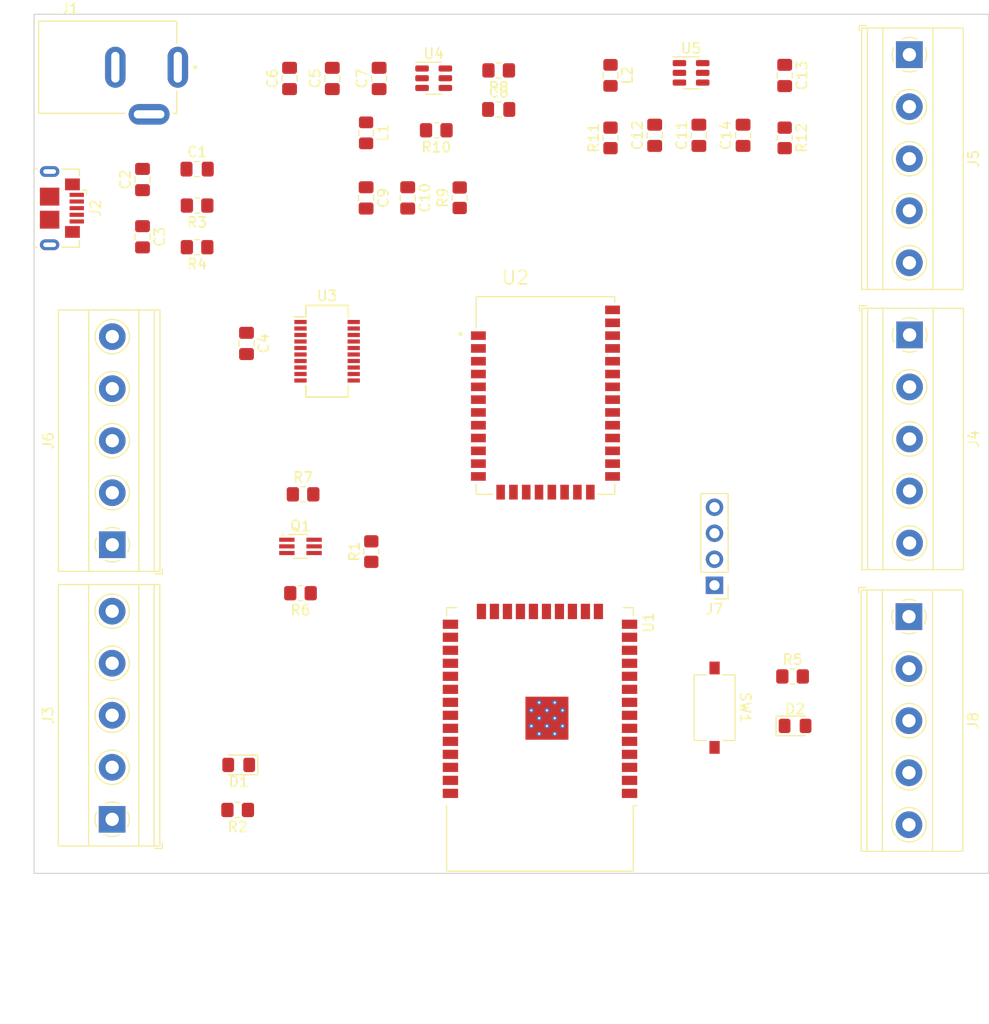
<source format=kicad_pcb>
(kicad_pcb (version 20211014) (generator pcbnew)
  (layers (0 "F.Cu" signal) (1 "In1.Cu" signal) (2 "In2.Cu" signal) (31 "B.Cu" signal) (34 "B.Paste" user) (35 "F.Paste" user) (36 "B.SilkS" user "B.Silkscreen") (37 "F.SilkS" user "F.Silkscreen") (38 "B.Mask" user) (39 "F.Mask" user) (44 "Edge.Cuts" user))
  (net 0 "")
  (net 1 "VBUS")
  (net 2 "GND")
  (net 3 "Net-(C2-Pad1)")
  (net 4 "Net-(C3-Pad1)")
  (net 5 "Net-(C4-Pad1)")
  (net 6 "VIN")
  (net 7 "Net-(C8-Pad1)")
  (net 8 "Net-(C8-Pad2)")
  (net 9 "+3.3V")
  (net 10 "Net-(C13-Pad1)")
  (net 11 "Net-(C13-Pad2)")
  (net 12 "+5V")
  (net 13 "Net-(D1-Pad2)")
  (net 14 "Net-(D2-Pad2)")
  (net 18 "TRIG1")
  (net 19 "S1_ECHO_A")
  (net 20 "S1_ECHO_B")
  (net 21 "TRIG2")
  (net 22 "S2_ECHO_A")
  (net 23 "S2_ECHO_B")
  (net 24 "IND_DIN")
  (net 25 "IND_CLK")
  (net 26 "IND_CS")
  (net 27 "TRIG3")
  (net 28 "S3_ECHO_A")
  (net 29 "S3_ECHO_B")
  (net 30 "MTMS")
  (net 31 "MTDI")
  (net 32 "MTCK")
  (net 33 "MTDO")
  (net 34 "TRIG4")
  (net 35 "S4_ECHO_A")
  (net 36 "S4_ECHO_B")
  (net 37 "RTS")
  (net 38 "Net-(Q1-Pad2)")
  (net 39 "DTR")
  (net 40 "Net-(Q1-Pad5)")
  (net 41 "CHIP_PU")
  (net 42 "GPIO21")
  (net 43 "Net-(R3-Pad1)")
  (net 44 "Net-(R4-Pad1)")
  (net 45 "Net-(R8-Pad2)")
  (net 46 "Net-(R10-Pad1)")
  (net 47 "Net-(R11-Pad2)")
  (net 54 "CTS_XBEE")
  (net 55 "RTS_XBEE")
  (net 56 "DOUT_XBEE")
  (net 57 "DIN_XBEE")
  (net 59 "RX0")
  (net 60 "TX0")
  (footprint "Capacitor_SMD:C_0805_2012Metric_Pad1.18x1.45mm_HandSolder" (layer "F.Cu") (at 112.157 74.9675 90)
    (fp_text reference "C6" (at 0 -1.68 90) (layer "F.SilkS"))
    (fp_text value "10uF")
    (pad "1" smd roundrect (at -1.0375 0 90) (size 1.175 1.45) (layers "F.Cu" "F.Paste" "F.Mask") (roundrect_rratio 0.212766) (net 6 "VIN"))
    (pad "2" smd roundrect (at 1.0375 0 90) (size 1.175 1.45) (layers "F.Cu" "F.Paste" "F.Mask") (roundrect_rratio 0.212766) (net 2 "GND"))
  )
  (footprint "Resistor_SMD:R_0805_2012Metric_Pad1.20x1.40mm_HandSolder" (layer "F.Cu") (at 143.51 80.772 90)
    (fp_text reference "R11" (at 0 -1.65 90) (layer "F.SilkS"))
    (fp_text value "54.9k")
    (pad "1" smd roundrect (at -1 0 90) (size 1.2 1.4) (layers "F.Cu" "F.Paste" "F.Mask") (roundrect_rratio 0.208333) (net 12 "+5V"))
    (pad "2" smd roundrect (at 1 0 90) (size 1.2 1.4) (layers "F.Cu" "F.Paste" "F.Mask") (roundrect_rratio 0.208333) (net 47 "Net-(R11-Pad2)"))
  )
  (footprint "Resistor_SMD:R_0805_2012Metric_Pad1.20x1.40mm_HandSolder" (layer "F.Cu") (at 128.778 86.614 90)
    (fp_text reference "R9" (at 0 -1.65 90) (layer "F.SilkS"))
    (fp_text value "30.9k")
    (pad "1" smd roundrect (at -1 0 90) (size 1.2 1.4) (layers "F.Cu" "F.Paste" "F.Mask") (roundrect_rratio 0.208333) (net 9 "+3.3V"))
    (pad "2" smd roundrect (at 1 0 90) (size 1.2 1.4) (layers "F.Cu" "F.Paste" "F.Mask") (roundrect_rratio 0.208333) (net 46 "Net-(R10-Pad1)"))
  )
  (footprint "Capacitor_SMD:C_0805_2012Metric_Pad1.18x1.45mm_HandSolder" (layer "F.Cu") (at 97.79 90.424 -90)
    (fp_text reference "C3" (at 0 -1.68 90) (layer "F.SilkS"))
    (fp_text value "47pF")
    (pad "1" smd roundrect (at -1.0375 0 270) (size 1.175 1.45) (layers "F.Cu" "F.Paste" "F.Mask") (roundrect_rratio 0.212766) (net 4 "Net-(C3-Pad1)"))
    (pad "2" smd roundrect (at 1.0375 0 270) (size 1.175 1.45) (layers "F.Cu" "F.Paste" "F.Mask") (roundrect_rratio 0.212766) (net 2 "GND"))
  )
  (footprint "Capacitor_SMD:C_0805_2012Metric_Pad1.18x1.45mm_HandSolder" (layer "F.Cu") (at 119.634 86.63 -90)
    (fp_text reference "C9" (at 0 -1.68 90) (layer "F.SilkS"))
    (fp_text value "22uF")
    (pad "1" smd roundrect (at -1.0375 0 270) (size 1.175 1.45) (layers "F.Cu" "F.Paste" "F.Mask") (roundrect_rratio 0.212766) (net 9 "+3.3V"))
    (pad "2" smd roundrect (at 1.0375 0 270) (size 1.175 1.45) (layers "F.Cu" "F.Paste" "F.Mask") (roundrect_rratio 0.212766) (net 2 "GND"))
  )
  (footprint "Inductor_SMD:L_0805_2012Metric_Pad1.15x1.40mm_HandSolder" (layer "F.Cu") (at 119.634 80.28 -90)
    (fp_text reference "L1" (at 0 -1.65 90) (layer "F.SilkS"))
    (fp_text value "4.7uH")
    (pad "1" smd roundrect (at -1.025 0 270) (size 1.15 1.4) (layers "F.Cu" "F.Paste" "F.Mask") (roundrect_rratio 0.217391) (net 7 "Net-(C8-Pad1)"))
    (pad "2" smd roundrect (at 1.025 0 270) (size 1.15 1.4) (layers "F.Cu" "F.Paste" "F.Mask") (roundrect_rratio 0.217391) (net 9 "+3.3V"))
  )
  (footprint "Button_Switch_SMD:SW_Tactile_SPST_NO_Straight_CK_PTS636Sx25SMTRLFS" (layer "F.Cu") (at 153.679 136.398 -90)
    (fp_text reference "SW1" (at 0 -3 -90 unlocked) (layer "F.SilkS"))
    (fp_text value "SW_Push")
    (pad "1" smd rect (at -3.875 0 270) (size 1.25 1) (layers "F.Cu" "F.Paste" "F.Mask") (net 2 "GND"))
    (pad "2" smd rect (at 3.875 0 270) (size 1.25 1) (layers "F.Cu" "F.Paste" "F.Mask") (net 41 "CHIP_PU"))
  )
  (footprint "LED_SMD:LED_0805_2012Metric_Pad1.15x1.40mm_HandSolder" (layer "F.Cu") (at 161.544 138.176)
    (fp_text reference "D2" (at 0 -1.65) (layer "F.SilkS"))
    (fp_text value "RED")
    (pad "1" smd roundrect (at -1.025 0) (size 1.15 1.4) (layers "F.Cu" "F.Paste" "F.Mask") (roundrect_rratio 0.217391) (net 2 "GND"))
    (pad "2" smd roundrect (at 1.025 0) (size 1.15 1.4) (layers "F.Cu" "F.Paste" "F.Mask") (roundrect_rratio 0.217391) (net 14 "Net-(D2-Pad2)"))
  )
  (footprint "Package_TO_SOT_SMD:SOT-23-6" (layer "F.Cu") (at 151.384 74.422)
    (fp_text reference "U5" (at 0 -2.4) (layer "F.SilkS"))
    (fp_text value "TPS561201DDCR")
    (pad "1" smd roundrect (at -1.1375 -0.95) (size 1.325 0.6) (layers "F.Cu" "F.Paste" "F.Mask") (net 2 "GND"))
    (pad "2" smd roundrect (at -1.1375 0) (size 1.325 0.6) (layers "F.Cu" "F.Paste" "F.Mask") (net 10 "Net-(C13-Pad1)"))
    (pad "3" smd roundrect (at -1.1375 0.95) (size 1.325 0.6) (layers "F.Cu" "F.Paste" "F.Mask") (net 6 "VIN"))
    (pad "4" smd roundrect (at 1.1375 0.95) (size 1.325 0.6) (layers "F.Cu" "F.Paste" "F.Mask") (net 47 "Net-(R11-Pad2)"))
    (pad "5" smd roundrect (at 1.1375 0) (size 1.325 0.6) (layers "F.Cu" "F.Paste" "F.Mask") (net 6 "VIN"))
    (pad "6" smd roundrect (at 1.1375 -0.95) (size 1.325 0.6) (layers "F.Cu" "F.Paste" "F.Mask") (net 11 "Net-(C13-Pad2)"))
  )
  (footprint "Resistor_SMD:R_0805_2012Metric_Pad1.20x1.40mm_HandSolder" (layer "F.Cu") (at 126.492 80.026 180)
    (fp_text reference "R10" (at 0 -1.65) (layer "F.SilkS"))
    (fp_text value "10k")
    (pad "1" smd roundrect (at -1 0 180) (size 1.2 1.4) (layers "F.Cu" "F.Paste" "F.Mask") (roundrect_rratio 0.208333) (net 46 "Net-(R10-Pad1)"))
    (pad "2" smd roundrect (at 1 0 180) (size 1.2 1.4) (layers "F.Cu" "F.Paste" "F.Mask") (roundrect_rratio 0.208333) (net 2 "GND"))
  )
  (footprint "Package_TO_SOT_SMD:SOT-23-6" (layer "F.Cu") (at 126.238 74.946)
    (fp_text reference "U4" (at 0 -2.4) (layer "F.SilkS"))
    (fp_text value "TPS56339DDC")
    (pad "1" smd roundrect (at -1.1375 -0.95) (size 1.325 0.6) (layers "F.Cu" "F.Paste" "F.Mask") (net 2 "GND"))
    (pad "2" smd roundrect (at -1.1375 0) (size 1.325 0.6) (layers "F.Cu" "F.Paste" "F.Mask") (net 7 "Net-(C8-Pad1)"))
    (pad "3" smd roundrect (at -1.1375 0.95) (size 1.325 0.6) (layers "F.Cu" "F.Paste" "F.Mask") (net 6 "VIN"))
    (pad "4" smd roundrect (at 1.1375 0.95) (size 1.325 0.6) (layers "F.Cu" "F.Paste" "F.Mask") (net 46 "Net-(R10-Pad1)"))
    (pad "5" smd roundrect (at 1.1375 0) (size 1.325 0.6) (layers "F.Cu" "F.Paste" "F.Mask"))
    (pad "6" smd roundrect (at 1.1375 -0.95) (size 1.325 0.6) (layers "F.Cu" "F.Paste" "F.Mask") (net 45 "Net-(R8-Pad2)"))
  )
  (footprint "Connector_USB:USB_Micro-B_GCT_USB3076-30-A" (layer "F.Cu") (at 89.916 87.63 -90)
    (fp_text reference "J2" (at 0 -3.3 90) (layer "F.SilkS"))
    (fp_text value "USB_B_Micro")
    (pad "1" smd rect (at -1.3 -1.45 270) (size 0.4 1.4) (layers "F.Cu" "F.Paste" "F.Mask") (net 1 "VBUS"))
    (pad "2" smd rect (at -0.65 -1.45 270) (size 0.4 1.4) (layers "F.Cu" "F.Paste" "F.Mask") (net 3 "Net-(C2-Pad1)"))
    (pad "3" smd rect (at 0 -1.45 270) (size 0.4 1.4) (layers "F.Cu" "F.Paste" "F.Mask") (net 4 "Net-(C3-Pad1)"))
    (pad "4" smd rect (at 0.65 -1.45 270) (size 0.4 1.4) (layers "F.Cu" "F.Paste" "F.Mask"))
    (pad "5" smd rect (at 1.3 -1.45 270) (size 0.4 1.4) (layers "F.Cu" "F.Paste" "F.Mask") (net 2 "GND"))
    (pad "6" smd rect (at 2.32 -1.03 270) (size 1.15 1.45) (layers "F.Cu" "F.Paste" "F.Mask"))
    (pad "6" thru_hole oval (at -3.575 1.2 90) (size 1.05 1.9) (drill oval 0.45 1.25) (layers *.Cu *.Mask))
    (pad "6" smd rect (at -2.32 -1.03 270) (size 1.15 1.45) (layers "F.Cu" "F.Paste" "F.Mask"))
    (pad "6" thru_hole oval (at 3.575 1.2 270) (size 1.05 1.9) (drill oval 0.45 1.25) (layers *.Cu *.Mask))
    (pad "6" smd rect (at 1.125 1.2 270) (size 1.75 1.9) (layers "F.Cu" "F.Paste" "F.Mask"))
    (pad "6" smd rect (at -1.125 1.2 270) (size 1.75 1.9) (layers "F.Cu" "F.Paste" "F.Mask"))
  )
  (footprint "Package_TO_SOT_SMD:SOT-363_SC-70-6_Handsoldering" (layer "F.Cu") (at 113.224 120.65)
    (fp_text reference "Q1" (at 0 -2) (layer "F.SilkS"))
    (fp_text value "MBT3904DW1")
    (pad "1" smd rect (at -1.33 -0.65) (size 1.5 0.4) (layers "F.Cu" "F.Paste" "F.Mask") (net 37 "RTS"))
    (pad "2" smd rect (at -1.33 0) (size 1.5 0.4) (layers "F.Cu" "F.Paste" "F.Mask") (net 38 "Net-(Q1-Pad2)"))
    (pad "3" smd rect (at -1.33 0.65) (size 1.5 0.4) (layers "F.Cu" "F.Paste" "F.Mask") (net 27 "TRIG3"))
    (pad "4" smd rect (at 1.33 0.65) (size 1.5 0.4) (layers "F.Cu" "F.Paste" "F.Mask") (net 39 "DTR"))
    (pad "5" smd rect (at 1.33 0) (size 1.5 0.4) (layers "F.Cu" "F.Paste" "F.Mask") (net 40 "Net-(Q1-Pad5)"))
    (pad "6" smd rect (at 1.33 -0.65) (size 1.5 0.4) (layers "F.Cu" "F.Paste" "F.Mask") (net 41 "CHIP_PU"))
  )
  (footprint "Capacitor_SMD:C_0805_2012Metric_Pad1.18x1.45mm_HandSolder" (layer "F.Cu") (at 160.528 74.676 -90)
    (fp_text reference "C13" (at 0 -1.68 90) (layer "F.SilkS"))
    (fp_text value "100nF")
    (pad "1" smd roundrect (at -1.0375 0 270) (size 1.175 1.45) (layers "F.Cu" "F.Paste" "F.Mask") (roundrect_rratio 0.212766) (net 10 "Net-(C13-Pad1)"))
    (pad "2" smd roundrect (at 1.0375 0 270) (size 1.175 1.45) (layers "F.Cu" "F.Paste" "F.Mask") (roundrect_rratio 0.212766) (net 11 "Net-(C13-Pad2)"))
  )
  (footprint "Package_SO:SSOP-20_3.9x8.7mm_P0.635mm" (layer "F.Cu") (at 115.824 101.6)
    (fp_text reference "U3" (at 0 -5.4) (layer "F.SilkS"))
    (fp_text value "FT231XS")
    (pad "1" smd rect (at -2.6 -2.8575) (size 1.2 0.4) (layers "F.Cu" "F.Paste" "F.Mask") (net 39 "DTR"))
    (pad "2" smd rect (at -2.6 -2.2225) (size 1.2 0.4) (layers "F.Cu" "F.Paste" "F.Mask") (net 37 "RTS"))
    (pad "3" smd rect (at -2.6 -1.5875) (size 1.2 0.4) (layers "F.Cu" "F.Paste" "F.Mask") (net 5 "Net-(C4-Pad1)"))
    (pad "4" smd rect (at -2.6 -0.9525) (size 1.2 0.4) (layers "F.Cu" "F.Paste" "F.Mask") (net 60 "TX0"))
    (pad "5" smd rect (at -2.6 -0.3175) (size 1.2 0.4) (layers "F.Cu" "F.Paste" "F.Mask"))
    (pad "6" smd rect (at -2.6 0.3175) (size 1.2 0.4) (layers "F.Cu" "F.Paste" "F.Mask") (net 2 "GND"))
    (pad "7" smd rect (at -2.6 0.9525) (size 1.2 0.4) (layers "F.Cu" "F.Paste" "F.Mask"))
    (pad "8" smd rect (at -2.6 1.5875) (size 1.2 0.4) (layers "F.Cu" "F.Paste" "F.Mask"))
    (pad "9" smd rect (at -2.6 2.2225) (size 1.2 0.4) (layers "F.Cu" "F.Paste" "F.Mask"))
    (pad "10" smd rect (at -2.6 2.8575) (size 1.2 0.4) (layers "F.Cu" "F.Paste" "F.Mask"))
    (pad "11" smd rect (at 2.6 2.8575) (size 1.2 0.4) (layers "F.Cu" "F.Paste" "F.Mask") (net 44 "Net-(R4-Pad1)"))
    (pad "12" smd rect (at 2.6 2.2225) (size 1.2 0.4) (layers "F.Cu" "F.Paste" "F.Mask") (net 43 "Net-(R3-Pad1)"))
    (pad "13" smd rect (at 2.6 1.5875) (size 1.2 0.4) (layers "F.Cu" "F.Paste" "F.Mask") (net 5 "Net-(C4-Pad1)"))
    (pad "14" smd rect (at 2.6 0.9525) (size 1.2 0.4) (layers "F.Cu" "F.Paste" "F.Mask") (net 5 "Net-(C4-Pad1)"))
    (pad "15" smd rect (at 2.6 0.3175) (size 1.2 0.4) (layers "F.Cu" "F.Paste" "F.Mask") (net 1 "VBUS"))
    (pad "16" smd rect (at 2.6 -0.3175) (size 1.2 0.4) (layers "F.Cu" "F.Paste" "F.Mask") (net 2 "GND"))
    (pad "17" smd rect (at 2.6 -0.9525) (size 1.2 0.4) (layers "F.Cu" "F.Paste" "F.Mask"))
    (pad "18" smd rect (at 2.6 -1.5875) (size 1.2 0.4) (layers "F.Cu" "F.Paste" "F.Mask"))
    (pad "19" smd rect (at 2.6 -2.2225) (size 1.2 0.4) (layers "F.Cu" "F.Paste" "F.Mask"))
    (pad "20" smd rect (at 2.6 -2.8575) (size 1.2 0.4) (layers "F.Cu" "F.Paste" "F.Mask") (net 59 "RX0"))
  )
  (footprint "Capacitor_SMD:C_0805_2012Metric_Pad1.18x1.45mm_HandSolder" (layer "F.Cu") (at 97.79 84.836 90)
    (fp_text reference "C2" (at 0 -1.68 90) (layer "F.SilkS"))
    (fp_text value "47pF")
    (pad "1" smd roundrect (at -1.0375 0 90) (size 1.175 1.45) (layers "F.Cu" "F.Paste" "F.Mask") (roundrect_rratio 0.212766) (net 3 "Net-(C2-Pad1)"))
    (pad "2" smd roundrect (at 1.0375 0 90) (size 1.175 1.45) (layers "F.Cu" "F.Paste" "F.Mask") (roundrect_rratio 0.212766) (net 2 "GND"))
  )
  (footprint "Capacitor_SMD:C_0805_2012Metric_Pad1.18x1.45mm_HandSolder" (layer "F.Cu") (at 103.124 83.82)
    (fp_text reference "C1" (at 0 -1.68) (layer "F.SilkS"))
    (fp_text value "0.1uF")
    (pad "1" smd roundrect (at -1.0375 0) (size 1.175 1.45) (layers "F.Cu" "F.Paste" "F.Mask") (roundrect_rratio 0.212766) (net 1 "VBUS"))
    (pad "2" smd roundrect (at 1.0375 0) (size 1.175 1.45) (layers "F.Cu" "F.Paste" "F.Mask") (roundrect_rratio 0.212766) (net 2 "GND"))
  )
  (footprint "LED_SMD:LED_0805_2012Metric_Pad1.15x1.40mm_HandSolder" (layer "F.Cu") (at 107.188 141.986 180)
    (fp_text reference "D1" (at 0 -1.65) (layer "F.SilkS"))
    (fp_text value "YELLOW")
    (pad "1" smd roundrect (at -1.025 0 180) (size 1.15 1.4) (layers "F.Cu" "F.Paste" "F.Mask") (roundrect_rratio 0.217391) (net 2 "GND"))
    (pad "2" smd roundrect (at 1.025 0 180) (size 1.15 1.4) (layers "F.Cu" "F.Paste" "F.Mask") (roundrect_rratio 0.217391) (net 13 "Net-(D1-Pad2)"))
  )
  (footprint "Resistor_SMD:R_0805_2012Metric_Pad1.20x1.40mm_HandSolder" (layer "F.Cu") (at 113.478 115.57)
    (fp_text reference "R7" (at 0 -1.65) (layer "F.SilkS"))
    (fp_text value "10k")
    (pad "1" smd roundrect (at -1 0) (size 1.2 1.4) (layers "F.Cu" "F.Paste" "F.Mask") (roundrect_rratio 0.208333) (net 37 "RTS"))
    (pad "2" smd roundrect (at 1 0) (size 1.2 1.4) (layers "F.Cu" "F.Paste" "F.Mask") (roundrect_rratio 0.208333) (net 40 "Net-(Q1-Pad5)"))
  )
  (footprint "Capacitor_SMD:C_0805_2012Metric_Pad1.18x1.45mm_HandSolder" (layer "F.Cu") (at 123.698 86.63 -90)
    (fp_text reference "C10" (at 0 -1.68 90) (layer "F.SilkS"))
    (fp_text value "22uF")
    (pad "1" smd roundrect (at -1.0375 0 270) (size 1.175 1.45) (layers "F.Cu" "F.Paste" "F.Mask") (roundrect_rratio 0.212766) (net 9 "+3.3V"))
    (pad "2" smd roundrect (at 1.0375 0 270) (size 1.175 1.45) (layers "F.Cu" "F.Paste" "F.Mask") (roundrect_rratio 0.212766) (net 2 "GND"))
  )
  (footprint "Resistor_SMD:R_0805_2012Metric_Pad1.20x1.40mm_HandSolder" (layer "F.Cu") (at 103.124 87.376 180)
    (fp_text reference "R3" (at 0 -1.65) (layer "F.SilkS"))
    (fp_text value "27")
    (pad "1" smd roundrect (at -1 0 180) (size 1.2 1.4) (layers "F.Cu" "F.Paste" "F.Mask") (roundrect_rratio 0.208333) (net 43 "Net-(R3-Pad1)"))
    (pad "2" smd roundrect (at 1 0 180) (size 1.2 1.4) (layers "F.Cu" "F.Paste" "F.Mask") (roundrect_rratio 0.208333) (net 3 "Net-(C2-Pad1)"))
  )
  (footprint "Capacitor_SMD:C_0805_2012Metric_Pad1.18x1.45mm_HandSolder" (layer "F.Cu") (at 116.332 74.9675 90)
    (fp_text reference "C5" (at 0 -1.68 90) (layer "F.SilkS"))
    (fp_text value "10uF")
    (pad "1" smd roundrect (at -1.0375 0 90) (size 1.175 1.45) (layers "F.Cu" "F.Paste" "F.Mask") (roundrect_rratio 0.212766) (net 6 "VIN"))
    (pad "2" smd roundrect (at 1.0375 0 90) (size 1.175 1.45) (layers "F.Cu" "F.Paste" "F.Mask") (roundrect_rratio 0.212766) (net 2 "GND"))
  )
  (footprint "Connector:GRAVITECH_CON-SOCJ-2155" (layer "F.Cu") (at 95.1375 73.872)
    (fp_text reference "J1" (at -4.445 -5.715) (layer "F.SilkS"))
    (fp_text value "CON-SOCJ-2155")
    (pad "1" thru_hole oval (at 6.1 0) (size 2 4) (drill oval 0.8 3) (layers *.Cu *.Mask) (net 6 "VIN"))
    (pad "2" thru_hole oval (at 3.3 4.6) (size 4 2) (drill oval 3 0.8) (layers *.Cu *.Mask))
    (pad "3" thru_hole oval (at 0 0) (size 2 4) (drill oval 0.8 3) (layers *.Cu *.Mask) (net 2 "GND"))
  )
  (footprint "Connector_PinHeader_2.54mm:PinHeader_1x04_P2.54mm_Vertical" (layer "F.Cu") (at 153.67 124.45 180)
    (fp_text reference "J7" (at 0 -2.33) (layer "F.SilkS"))
    (fp_text value "JTAG")
    (pad "1" thru_hole rect (at 0 0 180) (size 1.7 1.7) (drill 1) (layers *.Cu *.Mask) (net 30 "MTMS"))
    (pad "2" thru_hole oval (at 0 2.54 180) (size 1.7 1.7) (drill 1) (layers *.Cu *.Mask) (net 31 "MTDI"))
    (pad "3" thru_hole oval (at 0 5.08 180) (size 1.7 1.7) (drill 1) (layers *.Cu *.Mask) (net 32 "MTCK"))
    (pad "4" thru_hole oval (at 0 7.62 180) (size 1.7 1.7) (drill 1) (layers *.Cu *.Mask) (net 33 "MTDO"))
  )
  (footprint "TerminalBlock_Phoenix:TerminalBlock_Phoenix_MKDS-1,5-5-5.08_1x05_P5.08mm_Horizontal" (layer "F.Cu") (at 172.669 127.508 -90)
    (fp_text reference "J8" (at 10.16 -6.26 90) (layer "F.SilkS"))
    (fp_text value "S4")
    (pad "1" thru_hole rect (at 0 0 270) (size 2.6 2.6) (drill 1.3) (layers *.Cu *.Mask) (net 12 "+5V"))
    (pad "2" thru_hole circle (at 5.08 0 270) (size 2.6 2.6) (drill 1.3) (layers *.Cu *.Mask) (net 34 "TRIG4"))
    (pad "3" thru_hole circle (at 10.16 0 270) (size 2.6 2.6) (drill 1.3) (layers *.Cu *.Mask) (net 35 "S4_ECHO_A"))
    (pad "4" thru_hole circle (at 15.24 0 270) (size 2.6 2.6) (drill 1.3) (layers *.Cu *.Mask) (net 36 "S4_ECHO_B"))
    (pad "5" thru_hole circle (at 20.32 0 270) (size 2.6 2.6) (drill 1.3) (layers *.Cu *.Mask) (net 2 "GND"))
  )
  (footprint "Resistor_SMD:R_0805_2012Metric_Pad1.20x1.40mm_HandSolder" (layer "F.Cu") (at 120.142 121.158 90)
    (fp_text reference "R1" (at 0 -1.65 90) (layer "F.SilkS"))
    (fp_text value "10k")
    (pad "1" smd roundrect (at -1 0 90) (size 1.2 1.4) (layers "F.Cu" "F.Paste" "F.Mask") (roundrect_rratio 0.208333) (net 9 "+3.3V"))
    (pad "2" smd roundrect (at 1 0 90) (size 1.2 1.4) (layers "F.Cu" "F.Paste" "F.Mask") (roundrect_rratio 0.208333) (net 41 "CHIP_PU"))
  )
  (footprint "TerminalBlock_Phoenix:TerminalBlock_Phoenix_MKDS-1,5-5-5.08_1x05_P5.08mm_Horizontal" (layer "F.Cu") (at 172.731 100.004 -90)
    (fp_text reference "J4" (at 10.16 -6.26 90) (layer "F.SilkS"))
    (fp_text value "S2")
    (pad "1" thru_hole rect (at 0 0 270) (size 2.6 2.6) (drill 1.3) (layers *.Cu *.Mask) (net 12 "+5V"))
    (pad "2" thru_hole circle (at 5.08 0 270) (size 2.6 2.6) (drill 1.3) (layers *.Cu *.Mask) (net 21 "TRIG2"))
    (pad "3" thru_hole circle (at 10.16 0 270) (size 2.6 2.6) (drill 1.3) (layers *.Cu *.Mask) (net 22 "S2_ECHO_A"))
    (pad "4" thru_hole circle (at 15.24 0 270) (size 2.6 2.6) (drill 1.3) (layers *.Cu *.Mask) (net 23 "S2_ECHO_B"))
    (pad "5" thru_hole circle (at 20.32 0 270) (size 2.6 2.6) (drill 1.3) (layers *.Cu *.Mask) (net 2 "GND"))
  )
  (footprint "Capacitor_SMD:C_0805_2012Metric_Pad1.18x1.45mm_HandSolder" (layer "F.Cu") (at 147.828 80.518 90)
    (fp_text reference "C12" (at 0 -1.68 90) (layer "F.SilkS"))
    (fp_text value "10uF")
    (pad "1" smd roundrect (at -1.0375 0 90) (size 1.175 1.45) (layers "F.Cu" "F.Paste" "F.Mask") (roundrect_rratio 0.212766) (net 6 "VIN"))
    (pad "2" smd roundrect (at 1.0375 0 90) (size 1.175 1.45) (layers "F.Cu" "F.Paste" "F.Mask") (roundrect_rratio 0.212766) (net 2 "GND"))
  )
  (footprint "Capacitor_SMD:C_0805_2012Metric_Pad1.18x1.45mm_HandSolder" (layer "F.Cu") (at 152.146 80.518 90)
    (fp_text reference "C11" (at 0 -1.68 90) (layer "F.SilkS"))
    (fp_text value "10uF")
    (pad "1" smd roundrect (at -1.0375 0 90) (size 1.175 1.45) (layers "F.Cu" "F.Paste" "F.Mask") (roundrect_rratio 0.212766) (net 6 "VIN"))
    (pad "2" smd roundrect (at 1.0375 0 90) (size 1.175 1.45) (layers "F.Cu" "F.Paste" "F.Mask") (roundrect_rratio 0.212766) (net 2 "GND"))
  )
  (footprint "Resistor_SMD:R_0805_2012Metric_Pad1.20x1.40mm_HandSolder" (layer "F.Cu") (at 160.528 80.772 -90)
    (fp_text reference "R12" (at 0 -1.65 90) (layer "F.SilkS"))
    (fp_text value "10k")
    (pad "1" smd roundrect (at -1 0 270) (size 1.2 1.4) (layers "F.Cu" "F.Paste" "F.Mask") (roundrect_rratio 0.208333) (net 47 "Net-(R11-Pad2)"))
    (pad "2" smd roundrect (at 1 0 270) (size 1.2 1.4) (layers "F.Cu" "F.Paste" "F.Mask") (roundrect_rratio 0.208333) (net 2 "GND"))
  )
  (footprint "Capacitor_SMD:C_0805_2012Metric_Pad1.18x1.45mm_HandSolder" (layer "F.Cu") (at 107.95 100.838 -90)
    (fp_text reference "C4" (at 0 -1.68 90) (layer "F.SilkS"))
    (fp_text value "0.1uF")
    (pad "1" smd roundrect (at -1.0375 0 270) (size 1.175 1.45) (layers "F.Cu" "F.Paste" "F.Mask") (roundrect_rratio 0.212766) (net 5 "Net-(C4-Pad1)"))
    (pad "2" smd roundrect (at 1.0375 0 270) (size 1.175 1.45) (layers "F.Cu" "F.Paste" "F.Mask") (roundrect_rratio 0.212766) (net 2 "GND"))
  )
  (footprint "Resistor_SMD:R_0805_2012Metric_Pad1.20x1.40mm_HandSolder" (layer "F.Cu") (at 132.588 74.184 180)
    (fp_text reference "R8" (at 0 -1.65) (layer "F.SilkS"))
    (fp_text value "27")
    (pad "1" smd roundrect (at -1 0 180) (size 1.2 1.4) (layers "F.Cu" "F.Paste" "F.Mask") (roundrect_rratio 0.208333) (net 8 "Net-(C8-Pad2)"))
    (pad "2" smd roundrect (at 1 0 180) (size 1.2 1.4) (layers "F.Cu" "F.Paste" "F.Mask") (roundrect_rratio 0.208333) (net 45 "Net-(R8-Pad2)"))
  )
  (footprint "Resistor_SMD:R_0805_2012Metric_Pad1.20x1.40mm_HandSolder" (layer "F.Cu") (at 161.299 133.35)
    (fp_text reference "R5" (at 0 -1.65) (layer "F.SilkS"))
    (fp_text value "330")
    (pad "1" smd roundrect (at -1 0) (size 1.2 1.4) (layers "F.Cu" "F.Paste" "F.Mask") (roundrect_rratio 0.208333) (net 9 "+3.3V"))
    (pad "2" smd roundrect (at 1 0) (size 1.2 1.4) (layers "F.Cu" "F.Paste" "F.Mask") (roundrect_rratio 0.208333) (net 14 "Net-(D2-Pad2)"))
  )
  (footprint "TerminalBlock_Phoenix:TerminalBlock_Phoenix_MKDS-1,5-5-5.08_1x05_P5.08mm_Horizontal" (layer "F.Cu") (at 172.71 72.644 -90)
    (fp_text reference "J5" (at 10.16 -6.26 90) (layer "F.SilkS"))
    (fp_text value "Indicator")
    (pad "1" thru_hole rect (at 0 0 270) (size 2.6 2.6) (drill 1.3) (layers *.Cu *.Mask) (net 12 "+5V"))
    (pad "2" thru_hole circle (at 5.08 0 270) (size 2.6 2.6) (drill 1.3) (layers *.Cu *.Mask) (net 24 "IND_DIN"))
    (pad "3" thru_hole circle (at 10.16 0 270) (size 2.6 2.6) (drill 1.3) (layers *.Cu *.Mask) (net 25 "IND_CLK"))
    (pad "4" thru_hole circle (at 15.24 0 270) (size 2.6 2.6) (drill 1.3) (layers *.Cu *.Mask) (net 26 "IND_CS"))
    (pad "5" thru_hole circle (at 20.32 0 270) (size 2.6 2.6) (drill 1.3) (layers *.Cu *.Mask) (net 2 "GND"))
  )
  (footprint "Resistor_SMD:R_0805_2012Metric_Pad1.20x1.40mm_HandSolder" (layer "F.Cu") (at 103.124 91.44 180)
    (fp_text reference "R4" (at 0 -1.65) (layer "F.SilkS"))
    (fp_text value "27")
    (pad "1" smd roundrect (at -1 0 180) (size 1.2 1.4) (layers "F.Cu" "F.Paste" "F.Mask") (roundrect_rratio 0.208333) (net 44 "Net-(R4-Pad1)"))
    (pad "2" smd roundrect (at 1 0 180) (size 1.2 1.4) (layers "F.Cu" "F.Paste" "F.Mask") (roundrect_rratio 0.208333) (net 4 "Net-(C3-Pad1)"))
  )
  (footprint "TerminalBlock_Phoenix:TerminalBlock_Phoenix_MKDS-1,5-5-5.08_1x05_P5.08mm_Horizontal" (layer "F.Cu") (at 94.8235 147.299 90)
    (fp_text reference "J3" (at 10.16 -6.26 90) (layer "F.SilkS"))
    (fp_text value "S1")
    (pad "1" thru_hole rect (at 0 0 90) (size 2.6 2.6) (drill 1.3) (layers *.Cu *.Mask) (net 12 "+5V"))
    (pad "2" thru_hole circle (at 5.08 0 90) (size 2.6 2.6) (drill 1.3) (layers *.Cu *.Mask) (net 18 "TRIG1"))
    (pad "3" thru_hole circle (at 10.16 0 90) (size 2.6 2.6) (drill 1.3) (layers *.Cu *.Mask) (net 19 "S1_ECHO_A"))
    (pad "4" thru_hole circle (at 15.24 0 90) (size 2.6 2.6) (drill 1.3) (layers *.Cu *.Mask) (net 20 "S1_ECHO_B"))
    (pad "5" thru_hole circle (at 20.32 0 90) (size 2.6 2.6) (drill 1.3) (layers *.Cu *.Mask) (net 2 "GND"))
  )
  (footprint "Resistor_SMD:R_0805_2012Metric_Pad1.20x1.40mm_HandSolder" (layer "F.Cu") (at 107.088 146.386 180)
    (fp_text reference "R2" (at 0 -1.65) (layer "F.SilkS"))
    (fp_text value "330")
    (pad "1" smd roundrect (at -1 0 180) (size 1.2 1.4) (layers "F.Cu" "F.Paste" "F.Mask") (roundrect_rratio 0.208333) (net 42 "GPIO21"))
    (pad "2" smd roundrect (at 1 0 180) (size 1.2 1.4) (layers "F.Cu" "F.Paste" "F.Mask") (roundrect_rratio 0.208333) (net 13 "Net-(D1-Pad2)"))
  )
  (footprint "Capacitor_SMD:C_0805_2012Metric_Pad1.18x1.45mm_HandSolder" (layer "F.Cu") (at 120.904 74.9675 90)
    (fp_text reference "C7" (at 0 -1.68 90) (layer "F.SilkS"))
    (fp_text value "100nF")
    (pad "1" smd roundrect (at -1.0375 0 90) (size 1.175 1.45) (layers "F.Cu" "F.Paste" "F.Mask") (roundrect_rratio 0.212766) (net 6 "VIN"))
    (pad "2" smd roundrect (at 1.0375 0 90) (size 1.175 1.45) (layers "F.Cu" "F.Paste" "F.Mask") (roundrect_rratio 0.212766) (net 2 "GND"))
  )
  (footprint "Inductor_SMD:L_0805_2012Metric_Pad1.15x1.40mm_HandSolder" (layer "F.Cu") (at 143.51 74.667 -90)
    (fp_text reference "L2" (at 0 -1.65 90) (layer "F.SilkS"))
    (fp_text value "4.7uH")
    (pad "1" smd roundrect (at -1.025 0 270) (size 1.15 1.4) (layers "F.Cu" "F.Paste" "F.Mask") (roundrect_rratio 0.217391) (net 10 "Net-(C13-Pad1)"))
    (pad "2" smd roundrect (at 1.025 0 270) (size 1.15 1.4) (layers "F.Cu" "F.Paste" "F.Mask") (roundrect_rratio 0.217391) (net 12 "+5V"))
  )
  (footprint "Resistor_SMD:R_0805_2012Metric_Pad1.20x1.40mm_HandSolder" (layer "F.Cu") (at 113.224 125.222 180)
    (fp_text reference "R6" (at 0 -1.65) (layer "F.SilkS"))
    (fp_text value "10k")
    (pad "1" smd roundrect (at -1 0 180) (size 1.2 1.4) (layers "F.Cu" "F.Paste" "F.Mask") (roundrect_rratio 0.208333) (net 39 "DTR"))
    (pad "2" smd roundrect (at 1 0 180) (size 1.2 1.4) (layers "F.Cu" "F.Paste" "F.Mask") (roundrect_rratio 0.208333) (net 38 "Net-(Q1-Pad2)"))
  )
  (footprint "Capacitor_SMD:C_0805_2012Metric_Pad1.18x1.45mm_HandSolder" (layer "F.Cu") (at 156.464 80.518 90)
    (fp_text reference "C14" (at 0 -1.68 90) (layer "F.SilkS"))
    (fp_text value "47uF")
    (pad "1" smd roundrect (at -1.0375 0 90) (size 1.175 1.45) (layers "F.Cu" "F.Paste" "F.Mask") (roundrect_rratio 0.212766) (net 12 "+5V"))
    (pad "2" smd roundrect (at 1.0375 0 90) (size 1.175 1.45) (layers "F.Cu" "F.Paste" "F.Mask") (roundrect_rratio 0.212766) (net 2 "GND"))
  )
  (footprint "RF_Module:ESP32-WROOM-32" (layer "F.Cu") (at 136.6215 136.515 180)
    (fp_text reference "U1" (at -10.61 8.43 90) (layer "F.SilkS"))
    (fp_text value "ESP32-WROOM-32")
    (pad "1" smd rect (at -8.75 -8.25 180) (size 1.5 0.9) (layers "F.Cu" "F.Paste" "F.Mask") (net 2 "GND"))
    (pad "2" smd rect (at -8.75 -6.98 180) (size 1.5 0.9) (layers "F.Cu" "F.Paste" "F.Mask") (net 9 "+3.3V"))
    (pad "3" smd rect (at -8.75 -5.71 180) (size 1.5 0.9) (layers "F.Cu" "F.Paste" "F.Mask") (net 41 "CHIP_PU"))
    (pad "4" smd rect (at -8.75 -4.44 180) (size 1.5 0.9) (layers "F.Cu" "F.Paste" "F.Mask") (net 18 "TRIG1"))
    (pad "5" smd rect (at -8.75 -3.17 180) (size 1.5 0.9) (layers "F.Cu" "F.Paste" "F.Mask") (net 19 "S1_ECHO_A"))
    (pad "6" smd rect (at -8.75 -1.9 180) (size 1.5 0.9) (layers "F.Cu" "F.Paste" "F.Mask") (net 20 "S1_ECHO_B"))
    (pad "7" smd rect (at -8.75 -0.63 180) (size 1.5 0.9) (layers "F.Cu" "F.Paste" "F.Mask") (net 22 "S2_ECHO_A"))
    (pad "8" smd rect (at -8.75 0.64 180) (size 1.5 0.9) (layers "F.Cu" "F.Paste" "F.Mask") (net 23 "S2_ECHO_B"))
    (pad "9" smd rect (at -8.75 1.91 180) (size 1.5 0.9) (layers "F.Cu" "F.Paste" "F.Mask") (net 28 "S3_ECHO_A"))
    (pad "10" smd rect (at -8.75 3.18 180) (size 1.5 0.9) (layers "F.Cu" "F.Paste" "F.Mask") (net 29 "S3_ECHO_B"))
    (pad "11" smd rect (at -8.75 4.45 180) (size 1.5 0.9) (layers "F.Cu" "F.Paste" "F.Mask") (net 35 "S4_ECHO_A"))
    (pad "12" smd rect (at -8.75 5.72 180) (size 1.5 0.9) (layers "F.Cu" "F.Paste" "F.Mask") (net 36 "S4_ECHO_B"))
    (pad "13" smd rect (at -8.75 6.99 180) (size 1.5 0.9) (layers "F.Cu" "F.Paste" "F.Mask") (net 30 "MTMS"))
    (pad "14" smd rect (at -8.75 8.26 180) (size 1.5 0.9) (layers "F.Cu" "F.Paste" "F.Mask") (net 31 "MTDI"))
    (pad "15" smd rect (at -5.71 9.51 270) (size 1.5 0.9) (layers "F.Cu" "F.Paste" "F.Mask") (net 2 "GND"))
    (pad "16" smd rect (at -4.44 9.51 270) (size 1.5 0.9) (layers "F.Cu" "F.Paste" "F.Mask") (net 32 "MTCK"))
    (pad "17" smd rect (at -3.17 9.51 270) (size 1.5 0.9) (layers "F.Cu" "F.Paste" "F.Mask"))
    (pad "18" smd rect (at -1.9 9.51 270) (size 1.5 0.9) (layers "F.Cu" "F.Paste" "F.Mask"))
    (pad "19" smd rect (at -0.63 9.51 270) (size 1.5 0.9) (layers "F.Cu" "F.Paste" "F.Mask"))
    (pad "20" smd rect (at 0.64 9.51 270) (size 1.5 0.9) (layers "F.Cu" "F.Paste" "F.Mask"))
    (pad "21" smd rect (at 1.91 9.51 270) (size 1.5 0.9) (layers "F.Cu" "F.Paste" "F.Mask"))
    (pad "22" smd rect (at 3.18 9.51 270) (size 1.5 0.9) (layers "F.Cu" "F.Paste" "F.Mask"))
    (pad "23" smd rect (at 4.45 9.51 270) (size 1.5 0.9) (layers "F.Cu" "F.Paste" "F.Mask") (net 33 "MTDO"))
    (pad "24" smd rect (at 5.72 9.51 270) (size 1.5 0.9) (layers "F.Cu" "F.Paste" "F.Mask") (net 54 "CTS_XBEE"))
    (pad "25" smd rect (at 8.75 8.26 180) (size 1.5 0.9) (layers "F.Cu" "F.Paste" "F.Mask") (net 27 "TRIG3"))
    (pad "26" smd rect (at 8.75 6.99 180) (size 1.5 0.9) (layers "F.Cu" "F.Paste" "F.Mask") (net 55 "RTS_XBEE"))
    (pad "27" smd rect (at 8.75 5.72 180) (size 1.5 0.9) (layers "F.Cu" "F.Paste" "F.Mask") (net 56 "DOUT_XBEE"))
    (pad "28" smd rect (at 8.75 4.45 180) (size 1.5 0.9) (layers "F.Cu" "F.Paste" "F.Mask") (net 57 "DIN_XBEE"))
    (pad "29" smd rect (at 8.75 3.18 180) (size 1.5 0.9) (layers "F.Cu" "F.Paste" "F.Mask") (net 26 "IND_CS"))
    (pad "30" smd rect (at 8.75 1.91 180) (size 1.5 0.9) (layers "F.Cu" "F.Paste" "F.Mask") (net 25 "IND_CLK"))
    (pad "31" smd rect (at 8.75 0.64 180) (size 1.5 0.9) (layers "F.Cu" "F.Paste" "F.Mask") (net 24 "IND_DIN"))
    (pad "32" smd rect (at 8.75 -0.63 180) (size 1.5 0.9) (layers "F.Cu" "F.Paste" "F.Mask"))
    (pad "33" smd rect (at 8.75 -1.9 180) (size 1.5 0.9) (layers "F.Cu" "F.Paste" "F.Mask") (net 42 "GPIO21"))
    (pad "34" smd rect (at 8.75 -3.17 180) (size 1.5 0.9) (layers "F.Cu" "F.Paste" "F.Mask") (net 59 "RX0"))
    (pad "35" smd rect (at 8.75 -4.44 180) (size 1.5 0.9) (layers "F.Cu" "F.Paste" "F.Mask") (net 60 "TX0"))
    (pad "36" smd rect (at 8.75 -5.71 180) (size 1.5 0.9) (layers "F.Cu" "F.Paste" "F.Mask") (net 21 "TRIG2"))
    (pad "37" smd rect (at 8.75 -6.98 180) (size 1.5 0.9) (layers "F.Cu" "F.Paste" "F.Mask") (net 34 "TRIG4"))
    (pad "38" smd rect (at 8.75 -8.25 180) (size 1.5 0.9) (layers "F.Cu" "F.Paste" "F.Mask") (net 2 "GND"))
    (pad "39" smd rect (at -0.68 -0.91 180) (size 4.2 4.2) (layers "F.Cu" "F.Mask") (net 2 "GND"))
    (pad "39" smd rect (at 0.845 0.615 180) (size 1.05 1.05) (layers "F.Cu" "F.Paste") (net 2 "GND"))
    (pad "39" smd rect (at 0.845 -0.91 180) (size 1.05 1.05) (layers "F.Cu" "F.Paste") (net 2 "GND"))
    (pad "39" thru_hole circle (at 0.0825 -0.91 180) (size 0.475 0.475) (drill 0.2) (property pad_prop_heatsink) (layers *.Cu "F.Mask") (net 2 "GND"))
    (pad "39" smd rect (at -0.68 -2.435 180) (size 1.05 1.05) (layers "F.Cu" "F.Paste") (net 2 "GND"))
    (pad "39" smd rect (at -0.68 0.615 180) (size 1.05 1.05) (layers "F.Cu" "F.Paste") (net 2 "GND"))
    (pad "39" smd rect (at -2.205 -0.91 180) (size 1.05 1.05) (layers "F.Cu" "F.Paste") (net 2 "GND"))
    (pad "39" thru_hole circle (at -1.4425 -0.91 180) (size 0.475 0.475) (drill 0.2) (property pad_prop_heatsink) (layers *.Cu "F.Mask") (net 2 "GND"))
    (pad "39" thru_hole circle (at -2.205 -0.1475 180) (size 0.475 0.475) (drill 0.2) (property pad_prop_heatsink) (layers *.Cu "F.Mask") (net 2 "GND"))
    (pad "39" thru_hole circle (at -2.205 -1.6725 180) (size 0.475 0.475) (drill 0.2) (property pad_prop_heatsink) (layers *.Cu "F.Mask") (net 2 "GND"))
    (pad "39" smd rect (at -2.205 0.615 180) (size 1.05 1.05) (layers "F.Cu" "F.Paste") (net 2 "GND"))
    (pad "39" thru_hole circle (at 0.845 -0.1475 180) (size 0.475 0.475) (drill 0.2) (property pad_prop_heatsink) (layers *.Cu "F.Mask") (net 2 "GND"))
    (pad "39" thru_hole circle (at -1.4425 0.615 180) (size 0.475 0.475) (drill 0.2) (property pad_prop_heatsink) (layers *.Cu "F.Mask") (net 2 "GND"))
    (pad "39" thru_hole circle (at -1.4425 -2.435 180) (size 0.475 0.475) (drill 0.2) (property pad_prop_heatsink) (layers *.Cu "F.Mask") (net 2 "GND"))
    (pad "39" thru_hole circle (at -0.68 -0.1475 180) (size 0.475 0.475) (drill 0.2) (property pad_prop_heatsink) (layers *.Cu "F.Mask") (net 2 "GND"))
    (pad "39" thru_hole circle (at -0.68 -1.6725 180) (size 0.475 0.475) (drill 0.2) (property pad_prop_heatsink) (layers *.Cu "F.Mask") (net 2 "GND"))
    (pad "39" thru_hole circle (at 0.0825 -2.435 180) (size 0.475 0.475) (drill 0.2) (property pad_prop_heatsink) (layers *.Cu "F.Mask") (net 2 "GND"))
    (pad "39" thru_hole circle (at 0.845 -1.6725 180) (size 0.475 0.475) (drill 0.2) (property pad_prop_heatsink) (layers *.Cu "F.Mask") (net 2 "GND"))
    (pad "39" smd rect (at 0.845 -2.435 180) (size 1.05 1.05) (layers "F.Cu" "F.Paste") (net 2 "GND"))
    (pad "39" thru_hole circle (at 0.0825 0.615 180) (size 0.475 0.475) (drill 0.2) (property pad_prop_heatsink) (layers *.Cu "F.Mask") (net 2 "GND"))
    (pad "39" smd rect (at -2.205 -2.435 180) (size 1.05 1.05) (layers "F.Cu" "F.Paste") (net 2 "GND"))
    (pad "39" smd rect (at -0.68 -0.91 180) (size 1.05 1.05) (layers "F.Cu" "F.Paste") (net 2 "GND"))
  )
  (footprint "Capacitor_SMD:C_0805_2012Metric_Pad1.18x1.45mm_HandSolder" (layer "F.Cu") (at 132.588 77.994)
    (fp_text reference "C8" (at 0 -1.68) (layer "F.SilkS"))
    (fp_text value "100nF")
    (pad "1" smd roundrect (at -1.0375 0) (size 1.175 1.45) (layers "F.Cu" "F.Paste" "F.Mask") (roundrect_rratio 0.212766) (net 7 "Net-(C8-Pad1)"))
    (pad "2" smd roundrect (at 1.0375 0) (size 1.175 1.45) (layers "F.Cu" "F.Paste" "F.Mask") (roundrect_rratio 0.212766) (net 8 "Net-(C8-Pad2)"))
  )
  (footprint "TerminalBlock_Phoenix:TerminalBlock_Phoenix_MKDS-1,5-5-5.08_1x05_P5.08mm_Horizontal" (layer "F.Cu") (at 94.8375 120.492 90)
    (fp_text reference "J6" (at 10.16 -6.26 90) (layer "F.SilkS"))
    (fp_text value "S3")
    (pad "1" thru_hole rect (at 0 0 90) (size 2.6 2.6) (drill 1.3) (layers *.Cu *.Mask) (net 12 "+5V"))
    (pad "2" thru_hole circle (at 5.08 0 90) (size 2.6 2.6) (drill 1.3) (layers *.Cu *.Mask) (net 27 "TRIG3"))
    (pad "3" thru_hole circle (at 10.16 0 90) (size 2.6 2.6) (drill 1.3) (layers *.Cu *.Mask) (net 28 "S3_ECHO_A"))
    (pad "4" thru_hole circle (at 15.24 0 90) (size 2.6 2.6) (drill 1.3) (layers *.Cu *.Mask) (net 29 "S3_ECHO_B"))
    (pad "5" thru_hole circle (at 20.32 0 90) (size 2.6 2.6) (drill 1.3) (layers *.Cu *.Mask) (net 2 "GND"))
  )
  (footprint "XBee:XB3-24Z8UM-J" (layer "F.Cu") (at 137.16 105.918)
    (fp_text reference "U2" (at -2.919 -11.4982) (layer "F.SilkS") (effects (font (size 1.32 1.32))))
    (fp_text value "XB3-24Z8CM-J")
    (pad "1" smd rect (at -6.5532 -5.842) (size 1.4478 0.8382) (layers "F.Cu" "F.Paste" "F.Mask") (net 2 "GND"))
    (pad "2" smd rect (at -6.5532 -4.59232) (size 1.4478 0.8382) (layers "F.Cu" "F.Paste" "F.Mask") (net 9 "+3.3V"))
    (pad "3" smd rect (at -6.5532 -3.34264) (size 1.4478 0.8382) (layers "F.Cu" "F.Paste" "F.Mask") (net 56 "DOUT_XBEE"))
    (pad "4" smd rect (at -6.5532 -2.09296) (size 1.4478 0.8382) (layers "F.Cu" "F.Paste" "F.Mask") (net 57 "DIN_XBEE"))
    (pad "5" smd rect (at -6.5532 -0.843281) (size 1.4478 0.8382) (layers "F.Cu" "F.Paste" "F.Mask"))
    (pad "6" smd rect (at -6.5532 0.4064) (size 1.4478 0.8382) (layers "F.Cu" "F.Paste" "F.Mask"))
    (pad "7" smd rect (at -6.5532 1.65608) (size 1.4478 0.8382) (layers "F.Cu" "F.Paste" "F.Mask"))
    (pad "8" smd rect (at -6.5532 2.90576) (size 1.4478 0.8382) (layers "F.Cu" "F.Paste" "F.Mask"))
    (pad "9" smd rect (at -6.5532 4.15544) (size 1.4478 0.8382) (layers "F.Cu" "F.Paste" "F.Mask"))
    (pad "10" smd rect (at -6.5532 5.40512) (size 1.4478 0.8382) (layers "F.Cu" "F.Paste" "F.Mask") (net 2 "GND"))
    (pad "11" smd rect (at -6.5532 6.6548) (size 1.4478 0.8382) (layers "F.Cu" "F.Paste" "F.Mask"))
    (pad "12" smd rect (at -6.5532 7.90448) (size 1.4478 0.8382) (layers "F.Cu" "F.Paste" "F.Mask") (net 2 "GND"))
    (pad "13" smd rect (at -4.3815 9.4361 90) (size 1.4478 0.8382) (layers "F.Cu" "F.Paste" "F.Mask"))
    (pad "14" smd rect (at -3.13182 9.4361 90) (size 1.4478 0.8382) (layers "F.Cu" "F.Paste" "F.Mask"))
    (pad "15" smd rect (at -1.88214 9.4361 90) (size 1.4478 0.8382) (layers "F.Cu" "F.Paste" "F.Mask"))
    (pad "16" smd rect (at -0.632459 9.4361 90) (size 1.4478 0.8382) (layers "F.Cu" "F.Paste" "F.Mask"))
    (pad "17" smd rect (at 0.617219 9.4361 90) (size 1.4478 0.8382) (layers "F.Cu" "F.Paste" "F.Mask"))
    (pad "18" smd rect (at 1.8669 9.4361 90) (size 1.4478 0.8382) (layers "F.Cu" "F.Paste" "F.Mask"))
    (pad "19" smd rect (at 3.11658 9.4361 90) (size 1.4478 0.8382) (layers "F.Cu" "F.Paste" "F.Mask"))
    (pad "20" smd rect (at 4.3815 9.4361 90) (size 1.4478 0.8382) (layers "F.Cu" "F.Paste" "F.Mask"))
    (pad "21" smd rect (at 6.5532 7.90448) (size 1.4478 0.8382) (layers "F.Cu" "F.Paste" "F.Mask") (net 2 "GND"))
    (pad "22" smd rect (at 6.5532 6.6548) (size 1.4478 0.8382) (layers "F.Cu" "F.Paste" "F.Mask"))
    (pad "23" smd rect (at 6.5532 5.40512) (size 1.4478 0.8382) (layers "F.Cu" "F.Paste" "F.Mask"))
    (pad "24" smd rect (at 6.5532 4.15544) (size 1.4478 0.8382) (layers "F.Cu" "F.Paste" "F.Mask") (net 54 "CTS_XBEE"))
    (pad "25" smd rect (at 6.5532 2.90576) (size 1.4478 0.8382) (layers "F.Cu" "F.Paste" "F.Mask"))
    (pad "26" smd rect (at 6.5532 1.65608) (size 1.4478 0.8382) (layers "F.Cu" "F.Paste" "F.Mask"))
    (pad "27" smd rect (at 6.5532 0.4064) (size 1.4478 0.8382) (layers "F.Cu" "F.Paste" "F.Mask") (net 55 "RTS_XBEE"))
    (pad "28" smd rect (at 6.5532 -0.843281) (size 1.4478 0.8382) (layers "F.Cu" "F.Paste" "F.Mask"))
    (pad "29" smd rect (at 6.5532 -2.09296) (size 1.4478 0.8382) (layers "F.Cu" "F.Paste" "F.Mask"))
    (pad "30" smd rect (at 6.5532 -3.34264) (size 1.4478 0.8382) (layers "F.Cu" "F.Paste" "F.Mask"))
    (pad "31" smd rect (at 6.5532 -4.59232) (size 1.4478 0.8382) (layers "F.Cu" "F.Paste" "F.Mask"))
    (pad "32" smd rect (at 6.5532 -5.842) (size 1.4478 0.8382) (layers "F.Cu" "F.Paste" "F.Mask") (net 2 "GND"))
    (pad "33" smd rect (at 6.5532 -7.09168) (size 1.4478 0.8382) (layers "F.Cu" "F.Paste" "F.Mask"))
    (pad "34" smd rect (at 6.5532 -8.3566) (size 1.4478 0.8382) (layers "F.Cu" "F.Paste" "F.Mask") (net 2 "GND"))
  )
  (gr_rect (start 87.196 68.709) (end 180.459 152.574) (layer "Edge.Cuts") (width 0.1) (fill none))
)
</source>
